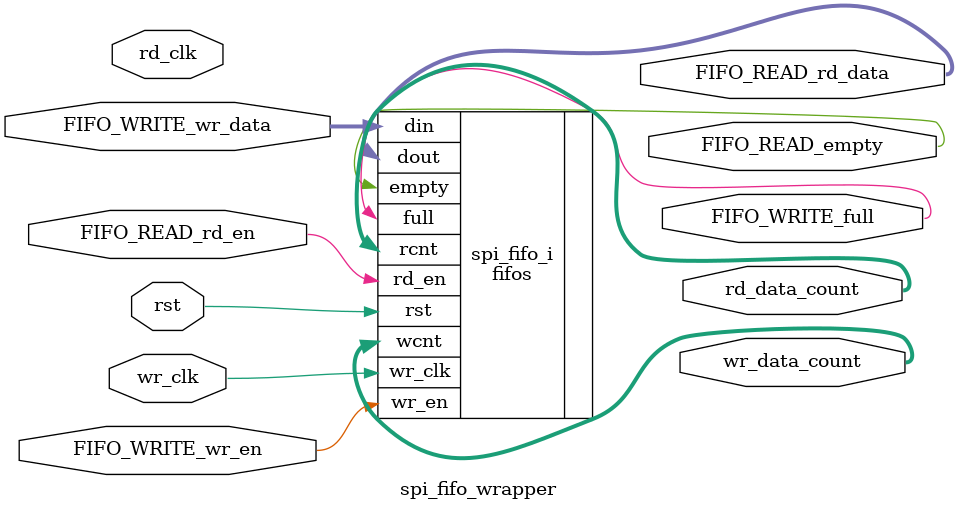
<source format=v>
`timescale 1 ps / 1 ps

module spi_fifo_wrapper
   (FIFO_READ_empty,
    FIFO_READ_rd_data,
    FIFO_READ_rd_en,
    FIFO_WRITE_full,
    FIFO_WRITE_wr_data,
    FIFO_WRITE_wr_en,
    rd_clk,
    rd_data_count,
    rst,
    wr_clk,
    wr_data_count);
  output FIFO_READ_empty;
  output [23:0]FIFO_READ_rd_data;
  input FIFO_READ_rd_en;
  output FIFO_WRITE_full;
  input [23:0]FIFO_WRITE_wr_data;
  input FIFO_WRITE_wr_en;
  input rd_clk;
  output [3:0]rd_data_count;
  input rst;
  input wr_clk;
  output [3:0]wr_data_count;

  wire FIFO_READ_empty;
  wire [23:0]FIFO_READ_rd_data;
  wire FIFO_READ_rd_en;
  wire FIFO_WRITE_full;
  wire [23:0]FIFO_WRITE_wr_data;
  wire FIFO_WRITE_wr_en;
  wire rd_clk;
  wire [3:0]rd_data_count;
  wire rst;
  wire wr_clk;
  wire [3:0]wr_data_count;
fifos #(.DW(24),.DP(16),.CW(4))
    spi_fifo_i
       (.empty  (FIFO_READ_empty),
        .dout   (FIFO_READ_rd_data),
        .rd_en  (FIFO_READ_rd_en),
        .full   (FIFO_WRITE_full),
        .din    (FIFO_WRITE_wr_data),
        .wr_en  (FIFO_WRITE_wr_en),
//        .rd_clk (rd_clk),
        .rcnt   (rd_data_count),
        .rst    (rst),
        .wr_clk (wr_clk),
        .wcnt   (wr_data_count));

//  spi_fifo spi_fifo_i
//       (.FIFO_READ_empty(FIFO_READ_empty),
//        .FIFO_READ_rd_data(FIFO_READ_rd_data),
//        .FIFO_READ_rd_en(FIFO_READ_rd_en),
//        .FIFO_WRITE_full(FIFO_WRITE_full),
//        .FIFO_WRITE_wr_data(FIFO_WRITE_wr_data),
//        .FIFO_WRITE_wr_en(FIFO_WRITE_wr_en),
//        .rd_clk(rd_clk),
//        .rd_data_count(rd_data_count),
//        .rst(rst),
//        .wr_clk(wr_clk),
//        .wr_data_count(wr_data_count));
endmodule

</source>
